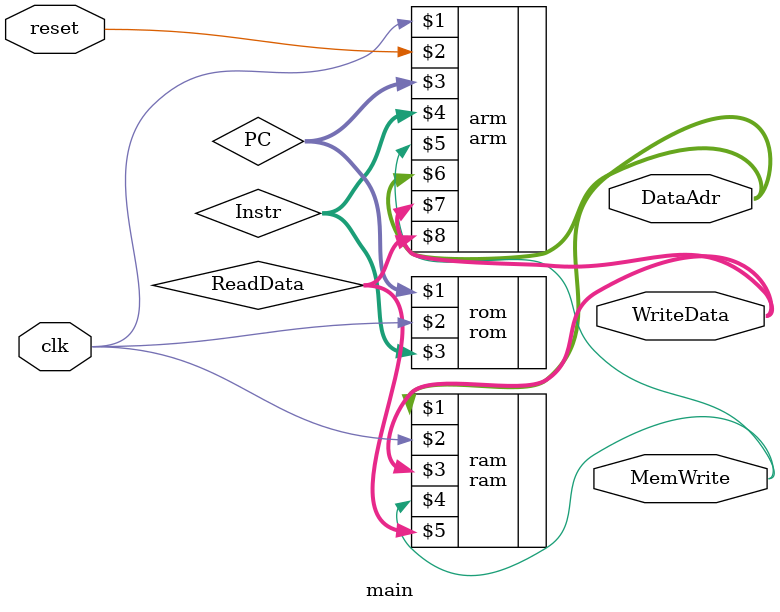
<source format=sv>
module main(input logic		   clk, reset,
			output logic [31:0]  WriteData, DataAdr,
			output logic 			MemWrite);
			
	logic [31:0] PC, Instr, ReadData;
	// instantiate processor and memories
	arm arm(clk, reset, PC, Instr, MemWrite, DataAdr,
					WriteData, ReadData);
					
				
	rom rom(PC, clk, Instr);
	
	ram ram(DataAdr, clk, WriteData, MemWrite, ReadData);

	
	
endmodule

</source>
